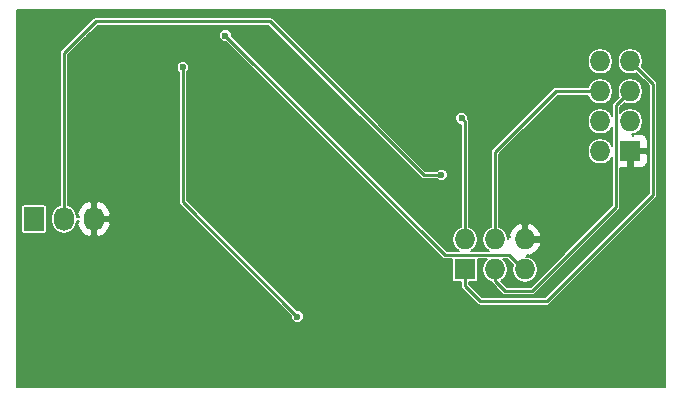
<source format=gbr>
G04 #@! TF.FileFunction,Copper,L2,Bot,Signal*
%FSLAX46Y46*%
G04 Gerber Fmt 4.6, Leading zero omitted, Abs format (unit mm)*
G04 Created by KiCad (PCBNEW 4.0.2+dfsg1-2~bpo8+1-stable) date Sat 25 Nov 2017 07:55:09 PM CST*
%MOMM*%
G01*
G04 APERTURE LIST*
%ADD10C,0.100000*%
%ADD11R,1.727200X1.727200*%
%ADD12O,1.727200X1.727200*%
%ADD13R,1.727200X2.032000*%
%ADD14O,1.727200X2.032000*%
%ADD15C,0.600000*%
%ADD16C,0.250000*%
%ADD17C,0.153000*%
G04 APERTURE END LIST*
D10*
D11*
X244000000Y-154000000D03*
D12*
X244000000Y-151460000D03*
X246540000Y-154000000D03*
X246540000Y-151460000D03*
X249080000Y-154000000D03*
X249080000Y-151460000D03*
D11*
X258000000Y-144000000D03*
D12*
X255460000Y-144000000D03*
X258000000Y-141460000D03*
X255460000Y-141460000D03*
X258000000Y-138920000D03*
X255460000Y-138920000D03*
X258000000Y-136380000D03*
X255460000Y-136380000D03*
D13*
X207500000Y-149750000D03*
D14*
X210040000Y-149750000D03*
X212580000Y-149750000D03*
D15*
X243700000Y-141200000D03*
X223700000Y-134200000D03*
X229800000Y-158000000D03*
X220100000Y-136900000D03*
X242000000Y-146000000D03*
D16*
X244000000Y-141500000D02*
X244000000Y-151460000D01*
X243700000Y-141200000D02*
X244000000Y-141500000D01*
X244000000Y-154000000D02*
X244000000Y-155400000D01*
X259900000Y-138280000D02*
X258000000Y-136380000D01*
X259900000Y-147700000D02*
X259900000Y-138280000D01*
X250900000Y-156700000D02*
X259900000Y-147700000D01*
X245300000Y-156700000D02*
X250900000Y-156700000D01*
X244000000Y-155400000D02*
X245300000Y-156700000D01*
X246540000Y-154000000D02*
X246540000Y-154940000D01*
X256800000Y-140120000D02*
X258000000Y-138920000D01*
X256800000Y-148700000D02*
X256800000Y-140120000D01*
X249700000Y-155800000D02*
X256800000Y-148700000D01*
X247400000Y-155800000D02*
X249700000Y-155800000D01*
X246540000Y-154940000D02*
X247400000Y-155800000D01*
X246540000Y-151460000D02*
X246540000Y-144060000D01*
X251680000Y-138920000D02*
X255460000Y-138920000D01*
X246540000Y-144060000D02*
X251680000Y-138920000D01*
X249080000Y-154000000D02*
X248900000Y-154000000D01*
X248900000Y-154000000D02*
X247700000Y-152800000D01*
X247700000Y-152800000D02*
X242300000Y-152800000D01*
X242300000Y-152800000D02*
X223700000Y-134200000D01*
X220100000Y-147100000D02*
X220100000Y-148300000D01*
X220100000Y-148300000D02*
X229800000Y-158000000D01*
X220100000Y-136900000D02*
X220100000Y-147100000D01*
X220100000Y-147100000D02*
X220100000Y-147200000D01*
X210040000Y-149750000D02*
X210040000Y-135710000D01*
X240500000Y-146000000D02*
X242000000Y-146000000D01*
X227500000Y-133000000D02*
X240500000Y-146000000D01*
X212750000Y-133000000D02*
X227500000Y-133000000D01*
X210040000Y-135710000D02*
X212750000Y-133000000D01*
D17*
G36*
X260923500Y-163923500D02*
X206076500Y-163923500D01*
X206076500Y-148734000D01*
X206402404Y-148734000D01*
X206402404Y-150766000D01*
X206418407Y-150851048D01*
X206468670Y-150929159D01*
X206545362Y-150981560D01*
X206636400Y-150999996D01*
X208363600Y-150999996D01*
X208448648Y-150983993D01*
X208526759Y-150933730D01*
X208579160Y-150857038D01*
X208597596Y-150766000D01*
X208597596Y-149573199D01*
X208946900Y-149573199D01*
X208946900Y-149926801D01*
X209030107Y-150345112D01*
X209267062Y-150699739D01*
X209621689Y-150936694D01*
X210040000Y-151019901D01*
X210458311Y-150936694D01*
X210812938Y-150699739D01*
X211049893Y-150345112D01*
X211132961Y-149927502D01*
X211279561Y-149927502D01*
X211155173Y-150153483D01*
X211359717Y-150679628D01*
X211750038Y-151087447D01*
X212179861Y-151294119D01*
X212402500Y-151192219D01*
X212402500Y-149927500D01*
X212757500Y-149927500D01*
X212757500Y-151192219D01*
X212980139Y-151294119D01*
X213409962Y-151087447D01*
X213800283Y-150679628D01*
X214004827Y-150153483D01*
X213880438Y-149927500D01*
X212757500Y-149927500D01*
X212402500Y-149927500D01*
X212382500Y-149927500D01*
X212382500Y-149572500D01*
X212402500Y-149572500D01*
X212402500Y-148307781D01*
X212757500Y-148307781D01*
X212757500Y-149572500D01*
X213880438Y-149572500D01*
X214004827Y-149346517D01*
X213800283Y-148820372D01*
X213409962Y-148412553D01*
X212980139Y-148205881D01*
X212757500Y-148307781D01*
X212402500Y-148307781D01*
X212179861Y-148205881D01*
X211750038Y-148412553D01*
X211359717Y-148820372D01*
X211155173Y-149346517D01*
X211279561Y-149572498D01*
X211132961Y-149572498D01*
X211049893Y-149154888D01*
X210812938Y-148800261D01*
X210458311Y-148563306D01*
X210394500Y-148550613D01*
X210394500Y-137004862D01*
X219570408Y-137004862D01*
X219650850Y-137199546D01*
X219745500Y-137294362D01*
X219745500Y-148300000D01*
X219772485Y-148435661D01*
X219849331Y-148550669D01*
X229270524Y-157971863D01*
X229270408Y-158104862D01*
X229350850Y-158299546D01*
X229499670Y-158448627D01*
X229694214Y-158529408D01*
X229904862Y-158529592D01*
X230099546Y-158449150D01*
X230248627Y-158300330D01*
X230329408Y-158105786D01*
X230329592Y-157895138D01*
X230249150Y-157700454D01*
X230100330Y-157551373D01*
X229905786Y-157470592D01*
X229771814Y-157470475D01*
X220454500Y-148153162D01*
X220454500Y-137294292D01*
X220548627Y-137200330D01*
X220629408Y-137005786D01*
X220629592Y-136795138D01*
X220549150Y-136600454D01*
X220400330Y-136451373D01*
X220205786Y-136370592D01*
X219995138Y-136370408D01*
X219800454Y-136450850D01*
X219651373Y-136599670D01*
X219570592Y-136794214D01*
X219570408Y-137004862D01*
X210394500Y-137004862D01*
X210394500Y-135856838D01*
X211946476Y-134304862D01*
X223170408Y-134304862D01*
X223250850Y-134499546D01*
X223399670Y-134648627D01*
X223594214Y-134729408D01*
X223728187Y-134729525D01*
X242049330Y-153050669D01*
X242164339Y-153127515D01*
X242300000Y-153154500D01*
X242902404Y-153154500D01*
X242902404Y-154863600D01*
X242918407Y-154948648D01*
X242968670Y-155026759D01*
X243045362Y-155079160D01*
X243136400Y-155097596D01*
X243645500Y-155097596D01*
X243645500Y-155400000D01*
X243672485Y-155535661D01*
X243749331Y-155650669D01*
X245049331Y-156950670D01*
X245164339Y-157027515D01*
X245300000Y-157054500D01*
X250900000Y-157054500D01*
X251035661Y-157027515D01*
X251150669Y-156950669D01*
X260150669Y-147950669D01*
X260227515Y-147835661D01*
X260254500Y-147700000D01*
X260254500Y-138280000D01*
X260227515Y-138144339D01*
X260150670Y-138029331D01*
X258982324Y-136860986D01*
X259009893Y-136819726D01*
X259093100Y-136401415D01*
X259093100Y-136358585D01*
X259009893Y-135940274D01*
X258772938Y-135585647D01*
X258418311Y-135348692D01*
X258000000Y-135265485D01*
X257581689Y-135348692D01*
X257227062Y-135585647D01*
X256990107Y-135940274D01*
X256906900Y-136358585D01*
X256906900Y-136401415D01*
X256990107Y-136819726D01*
X257227062Y-137174353D01*
X257581689Y-137411308D01*
X258000000Y-137494515D01*
X258418311Y-137411308D01*
X258485245Y-137366584D01*
X259545500Y-138426839D01*
X259545500Y-147553162D01*
X250753162Y-156345500D01*
X245446839Y-156345500D01*
X244354500Y-155253162D01*
X244354500Y-155097596D01*
X244863600Y-155097596D01*
X244948648Y-155081593D01*
X245026759Y-155031330D01*
X245079160Y-154954638D01*
X245097596Y-154863600D01*
X245097596Y-153154500D01*
X245843609Y-153154500D01*
X245767062Y-153205647D01*
X245530107Y-153560274D01*
X245446900Y-153978585D01*
X245446900Y-154021415D01*
X245530107Y-154439726D01*
X245767062Y-154794353D01*
X246121689Y-155031308D01*
X246207040Y-155048285D01*
X246212485Y-155075661D01*
X246289331Y-155190669D01*
X247149331Y-156050670D01*
X247264339Y-156127515D01*
X247400000Y-156154500D01*
X249700000Y-156154500D01*
X249835661Y-156127515D01*
X249950669Y-156050669D01*
X257050669Y-148950670D01*
X257127515Y-148835661D01*
X257130556Y-148820372D01*
X257154500Y-148700000D01*
X257154500Y-145448100D01*
X257676375Y-145448100D01*
X257822500Y-145301975D01*
X257822500Y-144177500D01*
X258177500Y-144177500D01*
X258177500Y-145301975D01*
X258323625Y-145448100D01*
X258979865Y-145448100D01*
X259194693Y-145359115D01*
X259359115Y-145194692D01*
X259448100Y-144979864D01*
X259448100Y-144323625D01*
X259301975Y-144177500D01*
X258177500Y-144177500D01*
X257822500Y-144177500D01*
X257802500Y-144177500D01*
X257802500Y-143822500D01*
X257822500Y-143822500D01*
X257822500Y-143802500D01*
X258177500Y-143802500D01*
X258177500Y-143822500D01*
X259301975Y-143822500D01*
X259448100Y-143676375D01*
X259448100Y-143020136D01*
X259359115Y-142805308D01*
X259194693Y-142640885D01*
X258979865Y-142551900D01*
X258323625Y-142551900D01*
X258177502Y-142698023D01*
X258177502Y-142551900D01*
X258113694Y-142551900D01*
X258418311Y-142491308D01*
X258772938Y-142254353D01*
X259009893Y-141899726D01*
X259093100Y-141481415D01*
X259093100Y-141438585D01*
X259009893Y-141020274D01*
X258772938Y-140665647D01*
X258418311Y-140428692D01*
X258000000Y-140345485D01*
X257581689Y-140428692D01*
X257227062Y-140665647D01*
X257154500Y-140774243D01*
X257154500Y-140266838D01*
X257514755Y-139906584D01*
X257581689Y-139951308D01*
X258000000Y-140034515D01*
X258418311Y-139951308D01*
X258772938Y-139714353D01*
X259009893Y-139359726D01*
X259093100Y-138941415D01*
X259093100Y-138898585D01*
X259009893Y-138480274D01*
X258772938Y-138125647D01*
X258418311Y-137888692D01*
X258000000Y-137805485D01*
X257581689Y-137888692D01*
X257227062Y-138125647D01*
X256990107Y-138480274D01*
X256906900Y-138898585D01*
X256906900Y-138941415D01*
X256990107Y-139359726D01*
X257017676Y-139400986D01*
X256549331Y-139869331D01*
X256472485Y-139984339D01*
X256445500Y-140120000D01*
X256445500Y-140983767D01*
X256232938Y-140665647D01*
X255878311Y-140428692D01*
X255460000Y-140345485D01*
X255041689Y-140428692D01*
X254687062Y-140665647D01*
X254450107Y-141020274D01*
X254366900Y-141438585D01*
X254366900Y-141481415D01*
X254450107Y-141899726D01*
X254687062Y-142254353D01*
X255041689Y-142491308D01*
X255460000Y-142574515D01*
X255878311Y-142491308D01*
X256232938Y-142254353D01*
X256445500Y-141936233D01*
X256445500Y-143523767D01*
X256232938Y-143205647D01*
X255878311Y-142968692D01*
X255460000Y-142885485D01*
X255041689Y-142968692D01*
X254687062Y-143205647D01*
X254450107Y-143560274D01*
X254366900Y-143978585D01*
X254366900Y-144021415D01*
X254450107Y-144439726D01*
X254687062Y-144794353D01*
X255041689Y-145031308D01*
X255460000Y-145114515D01*
X255878311Y-145031308D01*
X256232938Y-144794353D01*
X256445500Y-144476233D01*
X256445500Y-148553161D01*
X249553162Y-155445500D01*
X247546839Y-155445500D01*
X247062817Y-154961479D01*
X247312938Y-154794353D01*
X247549893Y-154439726D01*
X247633100Y-154021415D01*
X247633100Y-153978585D01*
X247549893Y-153560274D01*
X247312938Y-153205647D01*
X247236391Y-153154500D01*
X247553162Y-153154500D01*
X248051663Y-153653001D01*
X247986900Y-153978585D01*
X247986900Y-154021415D01*
X248070107Y-154439726D01*
X248307062Y-154794353D01*
X248661689Y-155031308D01*
X249080000Y-155114515D01*
X249498311Y-155031308D01*
X249852938Y-154794353D01*
X250089893Y-154439726D01*
X250173100Y-154021415D01*
X250173100Y-153978585D01*
X250089893Y-153560274D01*
X249852938Y-153205647D01*
X249498311Y-152968692D01*
X249193694Y-152908100D01*
X249257502Y-152908100D01*
X249257502Y-152749820D01*
X249480139Y-152851719D01*
X249781161Y-152727046D01*
X250212666Y-152362275D01*
X250471733Y-151860141D01*
X250371069Y-151637500D01*
X249257500Y-151637500D01*
X249257500Y-151657500D01*
X248902500Y-151657500D01*
X248902500Y-151637500D01*
X248882500Y-151637500D01*
X248882500Y-151282500D01*
X248902500Y-151282500D01*
X248902500Y-150170181D01*
X249257500Y-150170181D01*
X249257500Y-151282500D01*
X250371069Y-151282500D01*
X250471733Y-151059859D01*
X250212666Y-150557725D01*
X249781161Y-150192954D01*
X249480139Y-150068281D01*
X249257500Y-150170181D01*
X248902500Y-150170181D01*
X248679861Y-150068281D01*
X248378839Y-150192954D01*
X247947334Y-150557725D01*
X247688267Y-151059859D01*
X247788930Y-151282498D01*
X247631900Y-151282498D01*
X247631900Y-151432552D01*
X247549893Y-151020274D01*
X247312938Y-150665647D01*
X246958311Y-150428692D01*
X246894500Y-150415999D01*
X246894500Y-144206838D01*
X251826839Y-139274500D01*
X254433155Y-139274500D01*
X254450107Y-139359726D01*
X254687062Y-139714353D01*
X255041689Y-139951308D01*
X255460000Y-140034515D01*
X255878311Y-139951308D01*
X256232938Y-139714353D01*
X256469893Y-139359726D01*
X256553100Y-138941415D01*
X256553100Y-138898585D01*
X256469893Y-138480274D01*
X256232938Y-138125647D01*
X255878311Y-137888692D01*
X255460000Y-137805485D01*
X255041689Y-137888692D01*
X254687062Y-138125647D01*
X254450107Y-138480274D01*
X254433155Y-138565500D01*
X251680000Y-138565500D01*
X251544339Y-138592485D01*
X251429331Y-138669330D01*
X246289331Y-143809331D01*
X246212485Y-143924339D01*
X246185500Y-144060000D01*
X246185500Y-150415999D01*
X246121689Y-150428692D01*
X245767062Y-150665647D01*
X245530107Y-151020274D01*
X245446900Y-151438585D01*
X245446900Y-151481415D01*
X245530107Y-151899726D01*
X245767062Y-152254353D01*
X246053133Y-152445500D01*
X244486867Y-152445500D01*
X244772938Y-152254353D01*
X245009893Y-151899726D01*
X245093100Y-151481415D01*
X245093100Y-151438585D01*
X245009893Y-151020274D01*
X244772938Y-150665647D01*
X244418311Y-150428692D01*
X244354500Y-150415999D01*
X244354500Y-141500000D01*
X244327515Y-141364339D01*
X244250669Y-141249331D01*
X244229476Y-141228138D01*
X244229592Y-141095138D01*
X244149150Y-140900454D01*
X244000330Y-140751373D01*
X243805786Y-140670592D01*
X243595138Y-140670408D01*
X243400454Y-140750850D01*
X243251373Y-140899670D01*
X243170592Y-141094214D01*
X243170408Y-141304862D01*
X243250850Y-141499546D01*
X243399670Y-141648627D01*
X243594214Y-141729408D01*
X243645500Y-141729453D01*
X243645500Y-150415999D01*
X243581689Y-150428692D01*
X243227062Y-150665647D01*
X242990107Y-151020274D01*
X242906900Y-151438585D01*
X242906900Y-151481415D01*
X242990107Y-151899726D01*
X243227062Y-152254353D01*
X243513133Y-152445500D01*
X242446839Y-152445500D01*
X224229476Y-134228138D01*
X224229592Y-134095138D01*
X224149150Y-133900454D01*
X224000330Y-133751373D01*
X223805786Y-133670592D01*
X223595138Y-133670408D01*
X223400454Y-133750850D01*
X223251373Y-133899670D01*
X223170592Y-134094214D01*
X223170408Y-134304862D01*
X211946476Y-134304862D01*
X212896839Y-133354500D01*
X227353162Y-133354500D01*
X240249330Y-146250669D01*
X240364339Y-146327515D01*
X240500000Y-146354500D01*
X241605708Y-146354500D01*
X241699670Y-146448627D01*
X241894214Y-146529408D01*
X242104862Y-146529592D01*
X242299546Y-146449150D01*
X242448627Y-146300330D01*
X242529408Y-146105786D01*
X242529592Y-145895138D01*
X242449150Y-145700454D01*
X242300330Y-145551373D01*
X242105786Y-145470592D01*
X241895138Y-145470408D01*
X241700454Y-145550850D01*
X241605638Y-145645500D01*
X240646839Y-145645500D01*
X231359924Y-136358585D01*
X254366900Y-136358585D01*
X254366900Y-136401415D01*
X254450107Y-136819726D01*
X254687062Y-137174353D01*
X255041689Y-137411308D01*
X255460000Y-137494515D01*
X255878311Y-137411308D01*
X256232938Y-137174353D01*
X256469893Y-136819726D01*
X256553100Y-136401415D01*
X256553100Y-136358585D01*
X256469893Y-135940274D01*
X256232938Y-135585647D01*
X255878311Y-135348692D01*
X255460000Y-135265485D01*
X255041689Y-135348692D01*
X254687062Y-135585647D01*
X254450107Y-135940274D01*
X254366900Y-136358585D01*
X231359924Y-136358585D01*
X227750669Y-132749331D01*
X227635661Y-132672485D01*
X227500000Y-132645500D01*
X212750000Y-132645500D01*
X212614339Y-132672485D01*
X212499331Y-132749330D01*
X209789331Y-135459331D01*
X209712485Y-135574339D01*
X209685500Y-135710000D01*
X209685500Y-148550613D01*
X209621689Y-148563306D01*
X209267062Y-148800261D01*
X209030107Y-149154888D01*
X208946900Y-149573199D01*
X208597596Y-149573199D01*
X208597596Y-148734000D01*
X208581593Y-148648952D01*
X208531330Y-148570841D01*
X208454638Y-148518440D01*
X208363600Y-148500004D01*
X206636400Y-148500004D01*
X206551352Y-148516007D01*
X206473241Y-148566270D01*
X206420840Y-148642962D01*
X206402404Y-148734000D01*
X206076500Y-148734000D01*
X206076500Y-132076500D01*
X260923500Y-132076500D01*
X260923500Y-163923500D01*
X260923500Y-163923500D01*
G37*
X260923500Y-163923500D02*
X206076500Y-163923500D01*
X206076500Y-148734000D01*
X206402404Y-148734000D01*
X206402404Y-150766000D01*
X206418407Y-150851048D01*
X206468670Y-150929159D01*
X206545362Y-150981560D01*
X206636400Y-150999996D01*
X208363600Y-150999996D01*
X208448648Y-150983993D01*
X208526759Y-150933730D01*
X208579160Y-150857038D01*
X208597596Y-150766000D01*
X208597596Y-149573199D01*
X208946900Y-149573199D01*
X208946900Y-149926801D01*
X209030107Y-150345112D01*
X209267062Y-150699739D01*
X209621689Y-150936694D01*
X210040000Y-151019901D01*
X210458311Y-150936694D01*
X210812938Y-150699739D01*
X211049893Y-150345112D01*
X211132961Y-149927502D01*
X211279561Y-149927502D01*
X211155173Y-150153483D01*
X211359717Y-150679628D01*
X211750038Y-151087447D01*
X212179861Y-151294119D01*
X212402500Y-151192219D01*
X212402500Y-149927500D01*
X212757500Y-149927500D01*
X212757500Y-151192219D01*
X212980139Y-151294119D01*
X213409962Y-151087447D01*
X213800283Y-150679628D01*
X214004827Y-150153483D01*
X213880438Y-149927500D01*
X212757500Y-149927500D01*
X212402500Y-149927500D01*
X212382500Y-149927500D01*
X212382500Y-149572500D01*
X212402500Y-149572500D01*
X212402500Y-148307781D01*
X212757500Y-148307781D01*
X212757500Y-149572500D01*
X213880438Y-149572500D01*
X214004827Y-149346517D01*
X213800283Y-148820372D01*
X213409962Y-148412553D01*
X212980139Y-148205881D01*
X212757500Y-148307781D01*
X212402500Y-148307781D01*
X212179861Y-148205881D01*
X211750038Y-148412553D01*
X211359717Y-148820372D01*
X211155173Y-149346517D01*
X211279561Y-149572498D01*
X211132961Y-149572498D01*
X211049893Y-149154888D01*
X210812938Y-148800261D01*
X210458311Y-148563306D01*
X210394500Y-148550613D01*
X210394500Y-137004862D01*
X219570408Y-137004862D01*
X219650850Y-137199546D01*
X219745500Y-137294362D01*
X219745500Y-148300000D01*
X219772485Y-148435661D01*
X219849331Y-148550669D01*
X229270524Y-157971863D01*
X229270408Y-158104862D01*
X229350850Y-158299546D01*
X229499670Y-158448627D01*
X229694214Y-158529408D01*
X229904862Y-158529592D01*
X230099546Y-158449150D01*
X230248627Y-158300330D01*
X230329408Y-158105786D01*
X230329592Y-157895138D01*
X230249150Y-157700454D01*
X230100330Y-157551373D01*
X229905786Y-157470592D01*
X229771814Y-157470475D01*
X220454500Y-148153162D01*
X220454500Y-137294292D01*
X220548627Y-137200330D01*
X220629408Y-137005786D01*
X220629592Y-136795138D01*
X220549150Y-136600454D01*
X220400330Y-136451373D01*
X220205786Y-136370592D01*
X219995138Y-136370408D01*
X219800454Y-136450850D01*
X219651373Y-136599670D01*
X219570592Y-136794214D01*
X219570408Y-137004862D01*
X210394500Y-137004862D01*
X210394500Y-135856838D01*
X211946476Y-134304862D01*
X223170408Y-134304862D01*
X223250850Y-134499546D01*
X223399670Y-134648627D01*
X223594214Y-134729408D01*
X223728187Y-134729525D01*
X242049330Y-153050669D01*
X242164339Y-153127515D01*
X242300000Y-153154500D01*
X242902404Y-153154500D01*
X242902404Y-154863600D01*
X242918407Y-154948648D01*
X242968670Y-155026759D01*
X243045362Y-155079160D01*
X243136400Y-155097596D01*
X243645500Y-155097596D01*
X243645500Y-155400000D01*
X243672485Y-155535661D01*
X243749331Y-155650669D01*
X245049331Y-156950670D01*
X245164339Y-157027515D01*
X245300000Y-157054500D01*
X250900000Y-157054500D01*
X251035661Y-157027515D01*
X251150669Y-156950669D01*
X260150669Y-147950669D01*
X260227515Y-147835661D01*
X260254500Y-147700000D01*
X260254500Y-138280000D01*
X260227515Y-138144339D01*
X260150670Y-138029331D01*
X258982324Y-136860986D01*
X259009893Y-136819726D01*
X259093100Y-136401415D01*
X259093100Y-136358585D01*
X259009893Y-135940274D01*
X258772938Y-135585647D01*
X258418311Y-135348692D01*
X258000000Y-135265485D01*
X257581689Y-135348692D01*
X257227062Y-135585647D01*
X256990107Y-135940274D01*
X256906900Y-136358585D01*
X256906900Y-136401415D01*
X256990107Y-136819726D01*
X257227062Y-137174353D01*
X257581689Y-137411308D01*
X258000000Y-137494515D01*
X258418311Y-137411308D01*
X258485245Y-137366584D01*
X259545500Y-138426839D01*
X259545500Y-147553162D01*
X250753162Y-156345500D01*
X245446839Y-156345500D01*
X244354500Y-155253162D01*
X244354500Y-155097596D01*
X244863600Y-155097596D01*
X244948648Y-155081593D01*
X245026759Y-155031330D01*
X245079160Y-154954638D01*
X245097596Y-154863600D01*
X245097596Y-153154500D01*
X245843609Y-153154500D01*
X245767062Y-153205647D01*
X245530107Y-153560274D01*
X245446900Y-153978585D01*
X245446900Y-154021415D01*
X245530107Y-154439726D01*
X245767062Y-154794353D01*
X246121689Y-155031308D01*
X246207040Y-155048285D01*
X246212485Y-155075661D01*
X246289331Y-155190669D01*
X247149331Y-156050670D01*
X247264339Y-156127515D01*
X247400000Y-156154500D01*
X249700000Y-156154500D01*
X249835661Y-156127515D01*
X249950669Y-156050669D01*
X257050669Y-148950670D01*
X257127515Y-148835661D01*
X257130556Y-148820372D01*
X257154500Y-148700000D01*
X257154500Y-145448100D01*
X257676375Y-145448100D01*
X257822500Y-145301975D01*
X257822500Y-144177500D01*
X258177500Y-144177500D01*
X258177500Y-145301975D01*
X258323625Y-145448100D01*
X258979865Y-145448100D01*
X259194693Y-145359115D01*
X259359115Y-145194692D01*
X259448100Y-144979864D01*
X259448100Y-144323625D01*
X259301975Y-144177500D01*
X258177500Y-144177500D01*
X257822500Y-144177500D01*
X257802500Y-144177500D01*
X257802500Y-143822500D01*
X257822500Y-143822500D01*
X257822500Y-143802500D01*
X258177500Y-143802500D01*
X258177500Y-143822500D01*
X259301975Y-143822500D01*
X259448100Y-143676375D01*
X259448100Y-143020136D01*
X259359115Y-142805308D01*
X259194693Y-142640885D01*
X258979865Y-142551900D01*
X258323625Y-142551900D01*
X258177502Y-142698023D01*
X258177502Y-142551900D01*
X258113694Y-142551900D01*
X258418311Y-142491308D01*
X258772938Y-142254353D01*
X259009893Y-141899726D01*
X259093100Y-141481415D01*
X259093100Y-141438585D01*
X259009893Y-141020274D01*
X258772938Y-140665647D01*
X258418311Y-140428692D01*
X258000000Y-140345485D01*
X257581689Y-140428692D01*
X257227062Y-140665647D01*
X257154500Y-140774243D01*
X257154500Y-140266838D01*
X257514755Y-139906584D01*
X257581689Y-139951308D01*
X258000000Y-140034515D01*
X258418311Y-139951308D01*
X258772938Y-139714353D01*
X259009893Y-139359726D01*
X259093100Y-138941415D01*
X259093100Y-138898585D01*
X259009893Y-138480274D01*
X258772938Y-138125647D01*
X258418311Y-137888692D01*
X258000000Y-137805485D01*
X257581689Y-137888692D01*
X257227062Y-138125647D01*
X256990107Y-138480274D01*
X256906900Y-138898585D01*
X256906900Y-138941415D01*
X256990107Y-139359726D01*
X257017676Y-139400986D01*
X256549331Y-139869331D01*
X256472485Y-139984339D01*
X256445500Y-140120000D01*
X256445500Y-140983767D01*
X256232938Y-140665647D01*
X255878311Y-140428692D01*
X255460000Y-140345485D01*
X255041689Y-140428692D01*
X254687062Y-140665647D01*
X254450107Y-141020274D01*
X254366900Y-141438585D01*
X254366900Y-141481415D01*
X254450107Y-141899726D01*
X254687062Y-142254353D01*
X255041689Y-142491308D01*
X255460000Y-142574515D01*
X255878311Y-142491308D01*
X256232938Y-142254353D01*
X256445500Y-141936233D01*
X256445500Y-143523767D01*
X256232938Y-143205647D01*
X255878311Y-142968692D01*
X255460000Y-142885485D01*
X255041689Y-142968692D01*
X254687062Y-143205647D01*
X254450107Y-143560274D01*
X254366900Y-143978585D01*
X254366900Y-144021415D01*
X254450107Y-144439726D01*
X254687062Y-144794353D01*
X255041689Y-145031308D01*
X255460000Y-145114515D01*
X255878311Y-145031308D01*
X256232938Y-144794353D01*
X256445500Y-144476233D01*
X256445500Y-148553161D01*
X249553162Y-155445500D01*
X247546839Y-155445500D01*
X247062817Y-154961479D01*
X247312938Y-154794353D01*
X247549893Y-154439726D01*
X247633100Y-154021415D01*
X247633100Y-153978585D01*
X247549893Y-153560274D01*
X247312938Y-153205647D01*
X247236391Y-153154500D01*
X247553162Y-153154500D01*
X248051663Y-153653001D01*
X247986900Y-153978585D01*
X247986900Y-154021415D01*
X248070107Y-154439726D01*
X248307062Y-154794353D01*
X248661689Y-155031308D01*
X249080000Y-155114515D01*
X249498311Y-155031308D01*
X249852938Y-154794353D01*
X250089893Y-154439726D01*
X250173100Y-154021415D01*
X250173100Y-153978585D01*
X250089893Y-153560274D01*
X249852938Y-153205647D01*
X249498311Y-152968692D01*
X249193694Y-152908100D01*
X249257502Y-152908100D01*
X249257502Y-152749820D01*
X249480139Y-152851719D01*
X249781161Y-152727046D01*
X250212666Y-152362275D01*
X250471733Y-151860141D01*
X250371069Y-151637500D01*
X249257500Y-151637500D01*
X249257500Y-151657500D01*
X248902500Y-151657500D01*
X248902500Y-151637500D01*
X248882500Y-151637500D01*
X248882500Y-151282500D01*
X248902500Y-151282500D01*
X248902500Y-150170181D01*
X249257500Y-150170181D01*
X249257500Y-151282500D01*
X250371069Y-151282500D01*
X250471733Y-151059859D01*
X250212666Y-150557725D01*
X249781161Y-150192954D01*
X249480139Y-150068281D01*
X249257500Y-150170181D01*
X248902500Y-150170181D01*
X248679861Y-150068281D01*
X248378839Y-150192954D01*
X247947334Y-150557725D01*
X247688267Y-151059859D01*
X247788930Y-151282498D01*
X247631900Y-151282498D01*
X247631900Y-151432552D01*
X247549893Y-151020274D01*
X247312938Y-150665647D01*
X246958311Y-150428692D01*
X246894500Y-150415999D01*
X246894500Y-144206838D01*
X251826839Y-139274500D01*
X254433155Y-139274500D01*
X254450107Y-139359726D01*
X254687062Y-139714353D01*
X255041689Y-139951308D01*
X255460000Y-140034515D01*
X255878311Y-139951308D01*
X256232938Y-139714353D01*
X256469893Y-139359726D01*
X256553100Y-138941415D01*
X256553100Y-138898585D01*
X256469893Y-138480274D01*
X256232938Y-138125647D01*
X255878311Y-137888692D01*
X255460000Y-137805485D01*
X255041689Y-137888692D01*
X254687062Y-138125647D01*
X254450107Y-138480274D01*
X254433155Y-138565500D01*
X251680000Y-138565500D01*
X251544339Y-138592485D01*
X251429331Y-138669330D01*
X246289331Y-143809331D01*
X246212485Y-143924339D01*
X246185500Y-144060000D01*
X246185500Y-150415999D01*
X246121689Y-150428692D01*
X245767062Y-150665647D01*
X245530107Y-151020274D01*
X245446900Y-151438585D01*
X245446900Y-151481415D01*
X245530107Y-151899726D01*
X245767062Y-152254353D01*
X246053133Y-152445500D01*
X244486867Y-152445500D01*
X244772938Y-152254353D01*
X245009893Y-151899726D01*
X245093100Y-151481415D01*
X245093100Y-151438585D01*
X245009893Y-151020274D01*
X244772938Y-150665647D01*
X244418311Y-150428692D01*
X244354500Y-150415999D01*
X244354500Y-141500000D01*
X244327515Y-141364339D01*
X244250669Y-141249331D01*
X244229476Y-141228138D01*
X244229592Y-141095138D01*
X244149150Y-140900454D01*
X244000330Y-140751373D01*
X243805786Y-140670592D01*
X243595138Y-140670408D01*
X243400454Y-140750850D01*
X243251373Y-140899670D01*
X243170592Y-141094214D01*
X243170408Y-141304862D01*
X243250850Y-141499546D01*
X243399670Y-141648627D01*
X243594214Y-141729408D01*
X243645500Y-141729453D01*
X243645500Y-150415999D01*
X243581689Y-150428692D01*
X243227062Y-150665647D01*
X242990107Y-151020274D01*
X242906900Y-151438585D01*
X242906900Y-151481415D01*
X242990107Y-151899726D01*
X243227062Y-152254353D01*
X243513133Y-152445500D01*
X242446839Y-152445500D01*
X224229476Y-134228138D01*
X224229592Y-134095138D01*
X224149150Y-133900454D01*
X224000330Y-133751373D01*
X223805786Y-133670592D01*
X223595138Y-133670408D01*
X223400454Y-133750850D01*
X223251373Y-133899670D01*
X223170592Y-134094214D01*
X223170408Y-134304862D01*
X211946476Y-134304862D01*
X212896839Y-133354500D01*
X227353162Y-133354500D01*
X240249330Y-146250669D01*
X240364339Y-146327515D01*
X240500000Y-146354500D01*
X241605708Y-146354500D01*
X241699670Y-146448627D01*
X241894214Y-146529408D01*
X242104862Y-146529592D01*
X242299546Y-146449150D01*
X242448627Y-146300330D01*
X242529408Y-146105786D01*
X242529592Y-145895138D01*
X242449150Y-145700454D01*
X242300330Y-145551373D01*
X242105786Y-145470592D01*
X241895138Y-145470408D01*
X241700454Y-145550850D01*
X241605638Y-145645500D01*
X240646839Y-145645500D01*
X231359924Y-136358585D01*
X254366900Y-136358585D01*
X254366900Y-136401415D01*
X254450107Y-136819726D01*
X254687062Y-137174353D01*
X255041689Y-137411308D01*
X255460000Y-137494515D01*
X255878311Y-137411308D01*
X256232938Y-137174353D01*
X256469893Y-136819726D01*
X256553100Y-136401415D01*
X256553100Y-136358585D01*
X256469893Y-135940274D01*
X256232938Y-135585647D01*
X255878311Y-135348692D01*
X255460000Y-135265485D01*
X255041689Y-135348692D01*
X254687062Y-135585647D01*
X254450107Y-135940274D01*
X254366900Y-136358585D01*
X231359924Y-136358585D01*
X227750669Y-132749331D01*
X227635661Y-132672485D01*
X227500000Y-132645500D01*
X212750000Y-132645500D01*
X212614339Y-132672485D01*
X212499331Y-132749330D01*
X209789331Y-135459331D01*
X209712485Y-135574339D01*
X209685500Y-135710000D01*
X209685500Y-148550613D01*
X209621689Y-148563306D01*
X209267062Y-148800261D01*
X209030107Y-149154888D01*
X208946900Y-149573199D01*
X208597596Y-149573199D01*
X208597596Y-148734000D01*
X208581593Y-148648952D01*
X208531330Y-148570841D01*
X208454638Y-148518440D01*
X208363600Y-148500004D01*
X206636400Y-148500004D01*
X206551352Y-148516007D01*
X206473241Y-148566270D01*
X206420840Y-148642962D01*
X206402404Y-148734000D01*
X206076500Y-148734000D01*
X206076500Y-132076500D01*
X260923500Y-132076500D01*
X260923500Y-163923500D01*
M02*

</source>
